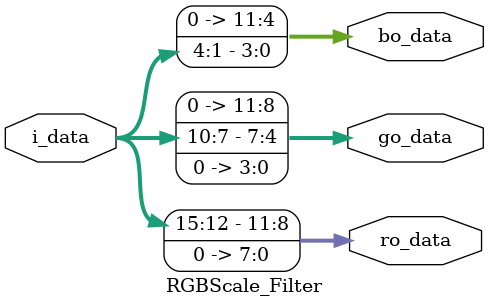
<source format=sv>
`timescale 1ns / 1ps


module RGBScale_Filter(
    input logic [15:0] i_data,
    output logic [11:0] ro_data,
    output logic [11:0] go_data,
    output logic [11:0] bo_data
);

    always_comb begin
        ro_data = {i_data[15:12], 8'b0};
        go_data = {4'b0, i_data[10:7], 4'b0};
        bo_data = {8'b0, i_data[4:1]};
    end

endmodule

</source>
